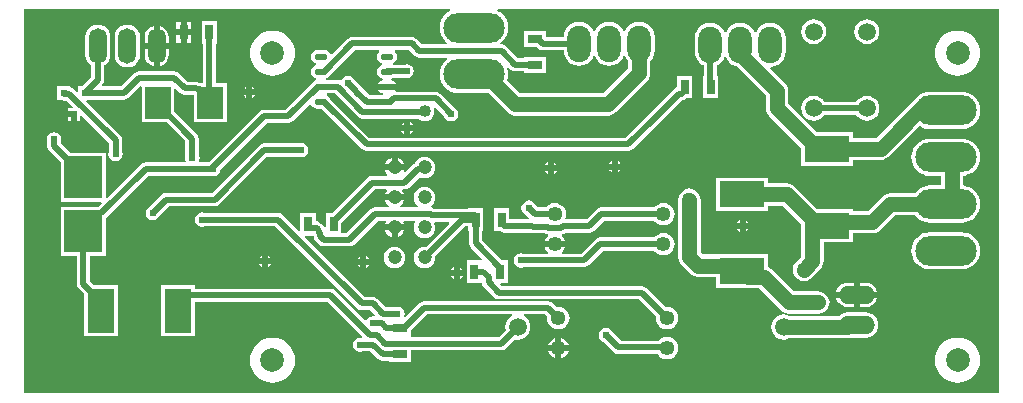
<source format=gbl>
G04*
G04 #@! TF.GenerationSoftware,Altium Limited,Altium Designer,21.6.1 (37)*
G04*
G04 Layer_Physical_Order=2*
G04 Layer_Color=16711680*
%FSLAX23Y23*%
%MOIN*%
G70*
G04*
G04 #@! TF.SameCoordinates,C1C5D9C5-2355-4A3C-9FD6-11C0A888820F*
G04*
G04*
G04 #@! TF.FilePolarity,Positive*
G04*
G01*
G75*
%ADD16C,0.010*%
%ADD18R,0.051X0.028*%
%ADD20R,0.089X0.149*%
%ADD24R,0.028X0.051*%
%ADD51C,0.020*%
%ADD52C,0.050*%
%ADD53C,0.047*%
%ADD54C,0.079*%
%ADD55C,0.059*%
%ADD56O,0.205X0.100*%
%ADD57O,0.060X0.118*%
%ADD58O,0.120X0.060*%
%ADD59O,0.079X0.122*%
%ADD60C,0.050*%
%ADD61C,0.024*%
%ADD62C,0.040*%
%ADD63R,0.126X0.140*%
%ADD64R,0.149X0.089*%
%ADD65R,0.085X0.108*%
%ADD66O,0.043X0.023*%
%ADD67O,0.051X0.049*%
%ADD68R,0.020X0.024*%
G36*
X3287Y39D02*
X39D01*
Y1319D01*
X1457D01*
X1459Y1314D01*
X1450Y1309D01*
X1441Y1302D01*
X1433Y1292D01*
X1428Y1282D01*
X1424Y1270D01*
X1423Y1258D01*
X1424Y1246D01*
X1428Y1234D01*
X1433Y1223D01*
X1441Y1214D01*
X1449Y1207D01*
X1447Y1202D01*
X1366D01*
X1346Y1221D01*
X1339Y1226D01*
X1331Y1228D01*
X1331Y1228D01*
X1132D01*
X1132Y1228D01*
X1124Y1226D01*
X1117Y1221D01*
X1117Y1221D01*
X1065Y1169D01*
X1059Y1171D01*
X1055Y1178D01*
X1047Y1183D01*
X1038Y1185D01*
X1017D01*
X1008Y1183D01*
X1001Y1178D01*
X995Y1170D01*
X994Y1161D01*
X995Y1152D01*
X1001Y1144D01*
X1008Y1139D01*
X1011Y1139D01*
Y1133D01*
X1008Y1133D01*
X1001Y1128D01*
X995Y1120D01*
X994Y1111D01*
X995Y1102D01*
X1001Y1094D01*
X1008Y1089D01*
X1011Y1089D01*
Y1083D01*
X1008Y1083D01*
X1001Y1078D01*
X996Y1071D01*
X910Y985D01*
X838D01*
X838Y985D01*
X829Y983D01*
X822Y978D01*
X822Y978D01*
X653Y810D01*
X623D01*
X620Y814D01*
X621Y815D01*
X623Y824D01*
X621Y833D01*
X621Y833D01*
Y866D01*
Y888D01*
X621Y888D01*
X619Y896D01*
X614Y904D01*
X614Y904D01*
X539Y979D01*
Y1053D01*
X543Y1055D01*
X558Y1040D01*
X558Y1040D01*
X565Y1036D01*
X574Y1034D01*
X574Y1034D01*
X602D01*
X604Y1033D01*
Y942D01*
X713D01*
Y1074D01*
X679D01*
Y1205D01*
X682D01*
Y1280D01*
X631D01*
Y1205D01*
X634D01*
Y1074D01*
X628D01*
X626Y1074D01*
X626Y1074D01*
X622D01*
X619Y1077D01*
X610Y1078D01*
X610Y1078D01*
X583D01*
X555Y1106D01*
X548Y1111D01*
X539Y1113D01*
X539Y1113D01*
X421D01*
X421Y1113D01*
X413Y1111D01*
X405Y1106D01*
X405Y1106D01*
X361Y1062D01*
X299D01*
X297Y1066D01*
X299Y1069D01*
X299Y1069D01*
X304Y1076D01*
X306Y1084D01*
X306Y1084D01*
Y1132D01*
X313Y1138D01*
X320Y1147D01*
X324Y1157D01*
X326Y1168D01*
Y1226D01*
X324Y1237D01*
X320Y1247D01*
X313Y1256D01*
X305Y1262D01*
X294Y1267D01*
X283Y1268D01*
X273Y1267D01*
X262Y1262D01*
X254Y1256D01*
X247Y1247D01*
X243Y1237D01*
X241Y1226D01*
Y1168D01*
X243Y1157D01*
X247Y1147D01*
X254Y1138D01*
X261Y1132D01*
Y1094D01*
X231Y1063D01*
X219D01*
Y1046D01*
X216Y1044D01*
X214Y1044D01*
X204Y1053D01*
X197Y1058D01*
X191Y1059D01*
Y1063D01*
X148D01*
Y1042D01*
X147Y1039D01*
Y1038D01*
X147Y1038D01*
X148Y1035D01*
Y1016D01*
X168D01*
X170Y1015D01*
X179D01*
X200Y995D01*
X198Y990D01*
X185D01*
Y979D01*
X205D01*
Y969D01*
X215D01*
Y947D01*
X225D01*
Y963D01*
X229Y965D01*
X320Y874D01*
Y845D01*
X320Y845D01*
X318Y836D01*
X320Y826D01*
X325Y819D01*
X333Y813D01*
X343Y812D01*
X352Y813D01*
X360Y819D01*
X365Y826D01*
X367Y836D01*
X365Y845D01*
X365Y845D01*
Y883D01*
X365Y883D01*
X363Y892D01*
X358Y899D01*
X358Y899D01*
X246Y1011D01*
X248Y1016D01*
X262D01*
Y1017D01*
X370D01*
X370Y1017D01*
X378Y1019D01*
X386Y1024D01*
X425Y1063D01*
X430Y1061D01*
Y942D01*
X513D01*
X576Y879D01*
Y833D01*
X576Y833D01*
X574Y824D01*
X576Y815D01*
X577Y814D01*
X574Y810D01*
X444D01*
X444Y810D01*
X435Y808D01*
X428Y803D01*
X428Y803D01*
X316Y691D01*
X311Y693D01*
Y841D01*
X193D01*
X161Y873D01*
Y880D01*
X162Y886D01*
X160Y895D01*
X155Y903D01*
X147Y908D01*
X138Y910D01*
X128Y908D01*
X121Y903D01*
X115Y895D01*
X114Y886D01*
X115Y877D01*
X116Y876D01*
Y864D01*
X116Y864D01*
X118Y855D01*
X123Y848D01*
X161Y809D01*
Y677D01*
X296D01*
X298Y673D01*
X286Y661D01*
X161D01*
Y498D01*
X214D01*
Y404D01*
X214Y404D01*
X216Y396D01*
X220Y389D01*
X239Y370D01*
Y229D01*
X351D01*
Y401D01*
X271D01*
X258Y414D01*
Y498D01*
X311D01*
Y623D01*
X312Y624D01*
X453Y765D01*
X660D01*
X660Y765D01*
X669Y763D01*
X679Y765D01*
X686Y770D01*
X692Y778D01*
X693Y787D01*
X847Y940D01*
X919D01*
X919Y940D01*
X927Y942D01*
X935Y947D01*
X991Y1003D01*
X996Y1001D01*
X1001Y994D01*
X1008Y989D01*
X1017Y987D01*
X1030D01*
X1164Y853D01*
X1164Y853D01*
X1171Y849D01*
X1180Y847D01*
X1180Y847D01*
X2051D01*
X2051Y847D01*
X2060Y849D01*
X2067Y853D01*
X2153Y939D01*
X2230Y1016D01*
X2231D01*
X2240Y1018D01*
X2245Y1022D01*
X2266D01*
Y1096D01*
X2215D01*
Y1060D01*
X2212Y1059D01*
X2205Y1054D01*
X2205Y1054D01*
X2121Y970D01*
X2121Y970D01*
X2042Y891D01*
X1189D01*
X1059Y1021D01*
X1055Y1028D01*
X1049Y1032D01*
X1048Y1037D01*
X1048Y1038D01*
X1049Y1039D01*
X1074D01*
X1151Y962D01*
X1151Y962D01*
X1158Y957D01*
X1166Y955D01*
X1352D01*
X1358Y951D01*
X1366Y948D01*
X1374Y947D01*
X1383Y948D01*
X1390Y951D01*
X1397Y956D01*
X1402Y963D01*
X1405Y970D01*
X1406Y979D01*
X1405Y987D01*
X1404Y989D01*
X1409Y992D01*
X1439Y961D01*
X1439Y961D01*
X1445Y953D01*
X1452Y948D01*
X1462Y946D01*
X1471Y948D01*
X1479Y953D01*
X1484Y961D01*
X1486Y970D01*
X1484Y980D01*
X1479Y988D01*
X1471Y993D01*
X1471Y993D01*
X1426Y1037D01*
X1419Y1042D01*
X1410Y1044D01*
X1410Y1044D01*
X1279D01*
X1276Y1049D01*
X1277Y1051D01*
X1248D01*
X1219D01*
X1222Y1046D01*
X1229Y1041D01*
X1236Y1039D01*
Y1034D01*
X1230Y1033D01*
X1189D01*
X1163Y1059D01*
X1162Y1062D01*
X1140Y1083D01*
X1140Y1083D01*
X1135Y1091D01*
X1127Y1096D01*
X1118Y1098D01*
X1109Y1096D01*
X1101Y1091D01*
X1096Y1083D01*
X1090Y1082D01*
X1083Y1083D01*
X1083Y1083D01*
X1045D01*
X1044Y1083D01*
Y1089D01*
X1047Y1089D01*
X1055Y1094D01*
X1059Y1101D01*
X1142Y1183D01*
X1221D01*
X1222Y1178D01*
X1221Y1178D01*
X1216Y1170D01*
X1214Y1161D01*
X1216Y1152D01*
X1221Y1144D01*
X1229Y1139D01*
X1231Y1139D01*
Y1133D01*
X1229Y1133D01*
X1221Y1128D01*
X1216Y1120D01*
X1214Y1111D01*
X1216Y1102D01*
X1221Y1094D01*
X1229Y1089D01*
X1236Y1088D01*
Y1083D01*
X1229Y1081D01*
X1222Y1077D01*
X1219Y1071D01*
X1248D01*
X1277D01*
X1274Y1077D01*
X1267Y1081D01*
X1260Y1083D01*
Y1088D01*
X1267Y1089D01*
X1268Y1090D01*
X1307D01*
X1313Y1089D01*
X1322Y1090D01*
X1330Y1096D01*
X1335Y1103D01*
X1337Y1113D01*
X1335Y1122D01*
X1330Y1130D01*
X1322Y1135D01*
X1313Y1137D01*
X1303Y1135D01*
X1302Y1134D01*
X1268D01*
X1267Y1139D01*
X1267Y1139D01*
X1275Y1144D01*
X1280Y1152D01*
X1282Y1161D01*
X1280Y1170D01*
X1275Y1178D01*
X1274Y1178D01*
X1276Y1183D01*
X1321D01*
X1341Y1164D01*
X1341Y1164D01*
X1348Y1160D01*
X1356Y1158D01*
X1356Y1158D01*
X1449D01*
X1450Y1153D01*
X1441Y1146D01*
X1433Y1136D01*
X1428Y1126D01*
X1424Y1114D01*
X1423Y1102D01*
X1424Y1090D01*
X1428Y1078D01*
X1433Y1067D01*
X1441Y1058D01*
X1450Y1050D01*
X1461Y1045D01*
X1473Y1041D01*
X1485Y1040D01*
X1586D01*
X1650Y976D01*
X1658Y970D01*
X1666Y966D01*
X1676Y965D01*
X1983D01*
X1993Y966D01*
X2002Y970D01*
X2010Y976D01*
X2114Y1081D01*
X2120Y1088D01*
X2124Y1097D01*
X2125Y1107D01*
Y1147D01*
X2133Y1157D01*
X2138Y1170D01*
X2140Y1183D01*
Y1226D01*
X2138Y1240D01*
X2133Y1252D01*
X2125Y1263D01*
X2114Y1271D01*
X2102Y1276D01*
X2088Y1278D01*
X2075Y1276D01*
X2062Y1271D01*
X2052Y1263D01*
X2043Y1252D01*
X2041Y1246D01*
X2035D01*
X2033Y1252D01*
X2025Y1263D01*
X2014Y1271D01*
X2002Y1276D01*
X1988Y1278D01*
X1975Y1276D01*
X1962Y1271D01*
X1952Y1263D01*
X1943Y1252D01*
X1941Y1246D01*
X1935D01*
X1933Y1252D01*
X1925Y1263D01*
X1914Y1271D01*
X1902Y1276D01*
X1888Y1278D01*
X1875Y1276D01*
X1862Y1271D01*
X1852Y1263D01*
X1843Y1252D01*
X1838Y1240D01*
X1837Y1227D01*
X1778D01*
Y1246D01*
X1703D01*
Y1195D01*
X1746D01*
X1752Y1189D01*
X1752Y1189D01*
X1759Y1184D01*
X1768Y1182D01*
X1768Y1182D01*
X1837D01*
X1838Y1170D01*
X1843Y1157D01*
X1852Y1147D01*
X1862Y1138D01*
X1875Y1133D01*
X1888Y1131D01*
X1902Y1133D01*
X1914Y1138D01*
X1925Y1147D01*
X1933Y1157D01*
X1935Y1164D01*
X1941D01*
X1943Y1157D01*
X1952Y1147D01*
X1962Y1138D01*
X1975Y1133D01*
X1988Y1131D01*
X2002Y1133D01*
X2014Y1138D01*
X2025Y1147D01*
X2033Y1157D01*
X2035Y1164D01*
X2041D01*
X2043Y1157D01*
X2051Y1147D01*
Y1122D01*
X1968Y1039D01*
X1691D01*
X1648Y1082D01*
X1651Y1090D01*
X1652Y1102D01*
X1651Y1114D01*
X1647Y1124D01*
X1652Y1127D01*
X1660Y1118D01*
X1660Y1118D01*
X1668Y1114D01*
X1676Y1112D01*
X1703D01*
Y1108D01*
X1778D01*
Y1159D01*
X1703D01*
Y1156D01*
X1685D01*
X1646Y1196D01*
X1639Y1201D01*
X1630Y1202D01*
X1630Y1202D01*
X1627D01*
X1626Y1207D01*
X1634Y1214D01*
X1641Y1223D01*
X1647Y1234D01*
X1651Y1246D01*
X1652Y1258D01*
X1651Y1270D01*
X1647Y1282D01*
X1641Y1292D01*
X1634Y1302D01*
X1624Y1309D01*
X1616Y1314D01*
X1617Y1319D01*
X3287D01*
Y39D01*
D02*
G37*
%LPC*%
G36*
X594Y1278D02*
X580D01*
Y1252D01*
X594D01*
Y1278D01*
D02*
G37*
G36*
X560D02*
X546D01*
Y1252D01*
X560D01*
Y1278D01*
D02*
G37*
G36*
X2525Y1274D02*
X2512Y1272D01*
X2499Y1267D01*
X2489Y1259D01*
X2480Y1248D01*
X2478Y1242D01*
X2472D01*
X2470Y1248D01*
X2462Y1259D01*
X2451Y1267D01*
X2439Y1272D01*
X2425Y1274D01*
X2412Y1272D01*
X2399Y1267D01*
X2389Y1259D01*
X2380Y1248D01*
X2378Y1242D01*
X2372D01*
X2370Y1248D01*
X2362Y1259D01*
X2351Y1267D01*
X2339Y1272D01*
X2325Y1274D01*
X2312Y1272D01*
X2299Y1267D01*
X2289Y1259D01*
X2280Y1248D01*
X2275Y1236D01*
X2274Y1222D01*
Y1179D01*
X2275Y1166D01*
X2280Y1153D01*
X2289Y1143D01*
X2299Y1134D01*
X2304Y1133D01*
Y1096D01*
X2301D01*
Y1022D01*
X2352D01*
Y1096D01*
X2348D01*
Y1133D01*
X2351Y1134D01*
X2362Y1143D01*
X2370Y1153D01*
X2372Y1160D01*
X2378D01*
X2380Y1153D01*
X2389Y1143D01*
X2399Y1134D01*
X2412Y1129D01*
X2415Y1129D01*
X2511Y1033D01*
Y991D01*
X2512Y982D01*
X2516Y973D01*
X2522Y965D01*
X2629Y858D01*
Y798D01*
X2802D01*
Y817D01*
X2893D01*
X2902Y818D01*
X2911Y822D01*
X2919Y828D01*
X3022Y931D01*
X3023Y930D01*
X3034Y925D01*
X3046Y921D01*
X3058Y920D01*
X3163D01*
X3175Y921D01*
X3186Y925D01*
X3197Y930D01*
X3207Y938D01*
X3214Y947D01*
X3220Y958D01*
X3224Y970D01*
X3225Y982D01*
X3224Y994D01*
X3220Y1006D01*
X3214Y1016D01*
X3207Y1026D01*
X3197Y1034D01*
X3186Y1039D01*
X3175Y1043D01*
X3163Y1044D01*
X3058D01*
X3046Y1043D01*
X3034Y1039D01*
X3029Y1036D01*
X3020Y1033D01*
X3013Y1027D01*
X2877Y891D01*
X2802D01*
Y910D01*
X2682D01*
X2585Y1007D01*
Y1048D01*
X2584Y1058D01*
X2580Y1067D01*
X2575Y1075D01*
X2526Y1123D01*
X2528Y1128D01*
X2539Y1129D01*
X2551Y1134D01*
X2562Y1143D01*
X2570Y1153D01*
X2575Y1166D01*
X2577Y1179D01*
Y1222D01*
X2575Y1236D01*
X2570Y1248D01*
X2562Y1259D01*
X2551Y1267D01*
X2539Y1272D01*
X2525Y1274D01*
D02*
G37*
G36*
X490Y1265D02*
Y1207D01*
X521D01*
Y1226D01*
X519Y1236D01*
X515Y1246D01*
X509Y1254D01*
X500Y1261D01*
X491Y1265D01*
X490Y1265D01*
D02*
G37*
G36*
X470D02*
X470Y1265D01*
X460Y1261D01*
X452Y1254D01*
X445Y1246D01*
X441Y1236D01*
X440Y1226D01*
Y1207D01*
X470D01*
Y1265D01*
D02*
G37*
G36*
X594Y1232D02*
X580D01*
Y1207D01*
X594D01*
Y1232D01*
D02*
G37*
G36*
X560D02*
X546D01*
Y1207D01*
X560D01*
Y1232D01*
D02*
G37*
G36*
X2847Y1287D02*
X2837Y1285D01*
X2827Y1281D01*
X2818Y1275D01*
X2811Y1266D01*
X2807Y1256D01*
X2806Y1245D01*
X2807Y1234D01*
X2811Y1224D01*
X2818Y1216D01*
X2827Y1209D01*
X2837Y1205D01*
X2847Y1203D01*
X2858Y1205D01*
X2868Y1209D01*
X2877Y1216D01*
X2884Y1224D01*
X2888Y1234D01*
X2889Y1245D01*
X2888Y1256D01*
X2884Y1266D01*
X2877Y1275D01*
X2868Y1281D01*
X2858Y1285D01*
X2847Y1287D01*
D02*
G37*
G36*
X2670D02*
X2659Y1285D01*
X2649Y1281D01*
X2641Y1275D01*
X2634Y1266D01*
X2630Y1256D01*
X2629Y1245D01*
X2630Y1234D01*
X2634Y1224D01*
X2641Y1216D01*
X2649Y1209D01*
X2659Y1205D01*
X2670Y1203D01*
X2681Y1205D01*
X2691Y1209D01*
X2700Y1216D01*
X2706Y1224D01*
X2711Y1234D01*
X2712Y1245D01*
X2711Y1256D01*
X2706Y1266D01*
X2700Y1275D01*
X2691Y1281D01*
X2681Y1285D01*
X2670Y1287D01*
D02*
G37*
G36*
X521Y1187D02*
X490D01*
Y1129D01*
X491Y1129D01*
X500Y1133D01*
X509Y1139D01*
X515Y1148D01*
X519Y1157D01*
X521Y1168D01*
Y1187D01*
D02*
G37*
G36*
X470D02*
X440D01*
Y1168D01*
X441Y1157D01*
X445Y1148D01*
X452Y1139D01*
X460Y1133D01*
X470Y1129D01*
X470Y1129D01*
Y1187D01*
D02*
G37*
G36*
X382Y1268D02*
X371Y1267D01*
X361Y1262D01*
X352Y1256D01*
X345Y1247D01*
X341Y1237D01*
X340Y1226D01*
Y1168D01*
X341Y1157D01*
X345Y1147D01*
X352Y1138D01*
X361Y1131D01*
X371Y1127D01*
X382Y1126D01*
X393Y1127D01*
X403Y1131D01*
X412Y1138D01*
X418Y1147D01*
X423Y1157D01*
X424Y1168D01*
Y1226D01*
X423Y1237D01*
X418Y1247D01*
X412Y1256D01*
X403Y1262D01*
X393Y1267D01*
X382Y1268D01*
D02*
G37*
G36*
X3150Y1248D02*
X3135Y1247D01*
X3121Y1243D01*
X3108Y1236D01*
X3096Y1226D01*
X3087Y1215D01*
X3080Y1202D01*
X3076Y1188D01*
X3074Y1173D01*
X3076Y1159D01*
X3080Y1144D01*
X3087Y1131D01*
X3096Y1120D01*
X3108Y1111D01*
X3121Y1104D01*
X3135Y1100D01*
X3150Y1098D01*
X3164Y1100D01*
X3178Y1104D01*
X3191Y1111D01*
X3203Y1120D01*
X3212Y1131D01*
X3219Y1144D01*
X3223Y1159D01*
X3225Y1173D01*
X3223Y1188D01*
X3219Y1202D01*
X3212Y1215D01*
X3203Y1226D01*
X3191Y1236D01*
X3178Y1243D01*
X3164Y1247D01*
X3150Y1248D01*
D02*
G37*
G36*
X866D02*
X851Y1247D01*
X837Y1243D01*
X824Y1236D01*
X813Y1226D01*
X804Y1215D01*
X797Y1202D01*
X792Y1188D01*
X791Y1173D01*
X792Y1159D01*
X797Y1144D01*
X804Y1131D01*
X813Y1120D01*
X824Y1111D01*
X837Y1104D01*
X851Y1100D01*
X866Y1098D01*
X881Y1100D01*
X895Y1104D01*
X908Y1111D01*
X919Y1120D01*
X929Y1131D01*
X936Y1144D01*
X940Y1159D01*
X941Y1173D01*
X940Y1188D01*
X936Y1202D01*
X929Y1215D01*
X919Y1226D01*
X908Y1236D01*
X895Y1243D01*
X881Y1247D01*
X866Y1248D01*
D02*
G37*
G36*
X799Y1062D02*
Y1052D01*
X809D01*
X805Y1058D01*
X799Y1062D01*
D02*
G37*
G36*
X779D02*
X774Y1058D01*
X770Y1052D01*
X779D01*
Y1062D01*
D02*
G37*
G36*
X809Y1032D02*
X799D01*
Y1023D01*
X805Y1027D01*
X809Y1032D01*
D02*
G37*
G36*
X779D02*
X770D01*
X774Y1027D01*
X779Y1023D01*
Y1032D01*
D02*
G37*
G36*
X2847Y1031D02*
X2837Y1029D01*
X2827Y1025D01*
X2818Y1019D01*
X2812Y1011D01*
X2705D01*
X2700Y1019D01*
X2691Y1025D01*
X2681Y1029D01*
X2670Y1031D01*
X2659Y1029D01*
X2649Y1025D01*
X2641Y1019D01*
X2634Y1010D01*
X2630Y1000D01*
X2629Y989D01*
X2630Y978D01*
X2634Y968D01*
X2641Y960D01*
X2649Y953D01*
X2659Y949D01*
X2670Y947D01*
X2681Y949D01*
X2691Y953D01*
X2700Y960D01*
X2705Y967D01*
X2812D01*
X2818Y960D01*
X2827Y953D01*
X2837Y949D01*
X2847Y947D01*
X2858Y949D01*
X2868Y953D01*
X2877Y960D01*
X2884Y968D01*
X2888Y978D01*
X2889Y989D01*
X2888Y1000D01*
X2884Y1010D01*
X2877Y1019D01*
X2868Y1025D01*
X2858Y1029D01*
X2847Y1031D01*
D02*
G37*
G36*
X195Y959D02*
X185D01*
Y947D01*
X195D01*
Y959D01*
D02*
G37*
G36*
X1326Y944D02*
Y934D01*
X1335D01*
X1332Y940D01*
X1326Y944D01*
D02*
G37*
G36*
X1306D02*
X1300Y940D01*
X1296Y934D01*
X1306D01*
Y944D01*
D02*
G37*
G36*
X1335Y914D02*
X1326D01*
Y905D01*
X1332Y908D01*
X1335Y914D01*
D02*
G37*
G36*
X1306D02*
X1296D01*
X1300Y908D01*
X1306Y905D01*
Y914D01*
D02*
G37*
G36*
X961Y874D02*
X951Y873D01*
X951Y873D01*
X839D01*
X839Y873D01*
X830Y871D01*
X823Y866D01*
X823Y866D01*
X664Y707D01*
X512D01*
X512Y707D01*
X503Y706D01*
X496Y701D01*
X496Y701D01*
X457Y662D01*
X457Y662D01*
X450Y657D01*
X444Y649D01*
X443Y640D01*
X444Y631D01*
X450Y623D01*
X457Y618D01*
X467Y616D01*
X476Y618D01*
X484Y623D01*
X489Y631D01*
X489Y631D01*
X521Y663D01*
X673D01*
X673Y663D01*
X682Y664D01*
X689Y669D01*
X848Y828D01*
X951D01*
X951Y828D01*
X961Y826D01*
X970Y828D01*
X978Y833D01*
X983Y841D01*
X985Y850D01*
X983Y860D01*
X978Y867D01*
X970Y873D01*
X961Y874D01*
D02*
G37*
G36*
X2017Y815D02*
Y805D01*
X2026D01*
X2023Y811D01*
X2017Y815D01*
D02*
G37*
G36*
X1997D02*
X1991Y811D01*
X1987Y805D01*
X1997D01*
Y815D01*
D02*
G37*
G36*
X1283Y824D02*
Y802D01*
X1305D01*
X1302Y809D01*
X1297Y816D01*
X1290Y821D01*
X1283Y824D01*
D02*
G37*
G36*
X1263D02*
X1256Y821D01*
X1249Y816D01*
X1243Y809D01*
X1241Y802D01*
X1263D01*
Y824D01*
D02*
G37*
G36*
X1803Y810D02*
Y800D01*
X1813D01*
X1809Y806D01*
X1803Y810D01*
D02*
G37*
G36*
X1783D02*
X1778Y806D01*
X1774Y800D01*
X1783D01*
Y810D01*
D02*
G37*
G36*
X2026Y785D02*
X2017D01*
Y776D01*
X2023Y780D01*
X2026Y785D01*
D02*
G37*
G36*
X1997D02*
X1987D01*
X1991Y780D01*
X1997Y776D01*
Y785D01*
D02*
G37*
G36*
X1373Y827D02*
X1364Y826D01*
X1355Y823D01*
X1348Y817D01*
X1342Y810D01*
X1340Y805D01*
X1336Y802D01*
X1336Y802D01*
X1307Y774D01*
X1303Y776D01*
X1305Y782D01*
X1241D01*
X1243Y775D01*
X1248Y768D01*
X1247Y763D01*
X1198D01*
X1189Y762D01*
X1182Y757D01*
X1182Y757D01*
X1065Y640D01*
X1045D01*
Y595D01*
X1040Y593D01*
X1038Y596D01*
X1029Y605D01*
X1022Y610D01*
X1013Y612D01*
X1010Y615D01*
Y640D01*
X959D01*
Y581D01*
X954Y579D01*
X900Y634D01*
X892Y639D01*
X884Y640D01*
X884Y640D01*
X640D01*
X640Y640D01*
X631Y642D01*
X622Y640D01*
X614Y635D01*
X609Y627D01*
X607Y618D01*
X609Y609D01*
X614Y601D01*
X622Y596D01*
X631Y594D01*
X640Y596D01*
X640Y596D01*
X875D01*
X1148Y323D01*
X1148Y323D01*
X1155Y318D01*
X1163Y316D01*
X1163Y316D01*
X1191D01*
X1207Y300D01*
X1205Y295D01*
X1201Y296D01*
X1192Y294D01*
X1184Y289D01*
X1180Y283D01*
X1174Y282D01*
X1074Y382D01*
X1067Y387D01*
X1059Y388D01*
X1059Y388D01*
X607D01*
Y401D01*
X495D01*
Y229D01*
X607D01*
Y344D01*
X1050D01*
X1165Y228D01*
X1162Y224D01*
X1157Y225D01*
X1148Y223D01*
X1140Y218D01*
X1135Y210D01*
X1133Y201D01*
X1135Y192D01*
X1140Y184D01*
X1148Y179D01*
X1157Y177D01*
X1167Y179D01*
X1167Y179D01*
X1192D01*
X1217Y154D01*
X1217Y154D01*
X1224Y149D01*
X1233Y147D01*
X1233Y147D01*
X1254D01*
Y144D01*
X1329D01*
Y183D01*
X1629D01*
X1629Y183D01*
X1638Y184D01*
X1645Y189D01*
X1675Y219D01*
X1684Y218D01*
X1695Y220D01*
X1705Y224D01*
X1714Y230D01*
X1720Y239D01*
X1724Y249D01*
X1726Y260D01*
X1724Y271D01*
X1720Y281D01*
X1714Y289D01*
X1705Y296D01*
X1703Y297D01*
X1704Y302D01*
X1776D01*
X1782Y296D01*
X1781Y290D01*
X1782Y281D01*
X1786Y272D01*
X1792Y264D01*
X1800Y258D01*
X1808Y255D01*
X1818Y253D01*
X1820D01*
X1829Y255D01*
X1838Y258D01*
X1846Y264D01*
X1852Y272D01*
X1855Y281D01*
X1857Y290D01*
X1855Y300D01*
X1852Y309D01*
X1846Y316D01*
X1838Y322D01*
X1829Y326D01*
X1820Y327D01*
X1818D01*
X1814Y326D01*
X1801Y340D01*
X1794Y344D01*
X1785Y346D01*
X1785Y346D01*
X1371D01*
X1371Y346D01*
X1363Y344D01*
X1355Y340D01*
X1355Y340D01*
X1309Y294D01*
X1305Y296D01*
X1307Y304D01*
X1305Y313D01*
X1300Y321D01*
X1292Y326D01*
X1282Y328D01*
X1273Y326D01*
X1273Y326D01*
X1243D01*
X1216Y354D01*
X1208Y359D01*
X1200Y361D01*
X1200Y361D01*
X1173D01*
X973Y560D01*
X975Y565D01*
X1000D01*
X1004Y563D01*
X1006Y554D01*
X1010Y547D01*
X1022Y535D01*
X1022Y535D01*
X1029Y531D01*
X1038Y529D01*
X1122D01*
X1122Y529D01*
X1131Y531D01*
X1138Y535D01*
X1217Y615D01*
X1243D01*
X1245Y610D01*
X1243Y609D01*
X1241Y602D01*
X1305D01*
X1302Y609D01*
X1301Y610D01*
X1303Y615D01*
X1340D01*
X1343Y610D01*
X1342Y610D01*
X1338Y601D01*
X1337Y592D01*
X1338Y582D01*
X1342Y574D01*
X1348Y566D01*
X1355Y561D01*
X1364Y557D01*
X1373Y556D01*
X1382Y557D01*
X1391Y561D01*
X1398Y566D01*
X1404Y574D01*
X1407Y582D01*
X1409Y592D01*
X1407Y601D01*
X1406Y605D01*
X1409Y610D01*
X1453D01*
X1455Y605D01*
X1377Y527D01*
X1373Y527D01*
X1364Y526D01*
X1355Y523D01*
X1348Y517D01*
X1342Y510D01*
X1338Y501D01*
X1337Y492D01*
X1338Y482D01*
X1342Y474D01*
X1348Y466D01*
X1355Y461D01*
X1364Y457D01*
X1373Y456D01*
X1382Y457D01*
X1391Y461D01*
X1398Y466D01*
X1404Y474D01*
X1407Y482D01*
X1409Y492D01*
X1408Y496D01*
X1508Y596D01*
X1518D01*
Y581D01*
X1521D01*
Y539D01*
X1521Y539D01*
X1523Y531D01*
X1528Y524D01*
X1564Y487D01*
X1562Y482D01*
X1562Y482D01*
X1562Y482D01*
X1561Y482D01*
X1514D01*
Y407D01*
X1565D01*
X1566Y401D01*
X1571Y394D01*
X1606Y358D01*
X1606Y358D01*
X1614Y353D01*
X1622Y352D01*
X1622Y352D01*
X2088D01*
X2144Y296D01*
X2143Y290D01*
X2145Y281D01*
X2148Y272D01*
X2154Y264D01*
X2162Y258D01*
X2171Y255D01*
X2180Y253D01*
X2182D01*
X2192Y255D01*
X2200Y258D01*
X2208Y264D01*
X2214Y272D01*
X2218Y281D01*
X2219Y290D01*
X2218Y300D01*
X2214Y309D01*
X2208Y316D01*
X2200Y322D01*
X2192Y326D01*
X2182Y327D01*
X2180D01*
X2176Y326D01*
X2113Y390D01*
X2106Y395D01*
X2097Y396D01*
X2097Y396D01*
X1631D01*
X1625Y403D01*
X1627Y407D01*
X1652D01*
Y482D01*
X1632D01*
X1566Y549D01*
Y581D01*
X1569D01*
Y656D01*
X1518D01*
Y654D01*
X1405D01*
X1400Y658D01*
X1396Y659D01*
X1395Y664D01*
X1398Y666D01*
X1404Y674D01*
X1407Y682D01*
X1409Y692D01*
X1407Y701D01*
X1404Y710D01*
X1398Y717D01*
X1391Y723D01*
X1382Y726D01*
X1373Y727D01*
X1364Y726D01*
X1355Y723D01*
X1348Y717D01*
X1342Y710D01*
X1338Y701D01*
X1337Y692D01*
X1338Y682D01*
X1342Y674D01*
X1348Y666D01*
X1350Y664D01*
X1349Y659D01*
X1294D01*
X1292Y664D01*
X1297Y668D01*
X1302Y675D01*
X1305Y682D01*
X1241D01*
X1243Y675D01*
X1249Y668D01*
X1253Y664D01*
X1252Y659D01*
X1208D01*
X1208Y659D01*
X1200Y658D01*
X1192Y653D01*
X1192Y653D01*
X1113Y573D01*
X1096D01*
Y608D01*
X1207Y719D01*
X1245D01*
X1247Y714D01*
X1243Y709D01*
X1241Y702D01*
X1305D01*
X1302Y709D01*
X1298Y714D01*
X1301Y719D01*
X1306D01*
X1306Y719D01*
X1315Y721D01*
X1322Y725D01*
X1357Y760D01*
X1364Y757D01*
X1373Y756D01*
X1382Y757D01*
X1391Y761D01*
X1398Y766D01*
X1404Y774D01*
X1407Y782D01*
X1409Y792D01*
X1407Y801D01*
X1404Y810D01*
X1398Y817D01*
X1391Y823D01*
X1382Y826D01*
X1373Y827D01*
D02*
G37*
G36*
X1813Y780D02*
X1803D01*
Y771D01*
X1809Y775D01*
X1813Y780D01*
D02*
G37*
G36*
X1783D02*
X1774D01*
X1778Y775D01*
X1783Y771D01*
Y780D01*
D02*
G37*
G36*
X3163Y888D02*
X3058D01*
X3046Y887D01*
X3034Y883D01*
X3023Y878D01*
X3014Y870D01*
X3006Y860D01*
X3000Y850D01*
X2997Y838D01*
X2996Y826D01*
X2997Y814D01*
X3000Y802D01*
X3006Y791D01*
X3014Y782D01*
X3023Y774D01*
X3034Y769D01*
X3046Y765D01*
X3058Y764D01*
X3094D01*
Y732D01*
X3058D01*
X3046Y731D01*
X3034Y727D01*
X3023Y722D01*
X3014Y714D01*
X3008Y706D01*
X2926D01*
X2916Y705D01*
X2907Y701D01*
X2900Y696D01*
X2850Y646D01*
X2802D01*
Y655D01*
X2682D01*
X2608Y728D01*
X2600Y734D01*
X2591Y738D01*
X2582Y739D01*
X2518D01*
Y758D01*
X2345D01*
Y646D01*
X2518D01*
Y665D01*
X2567D01*
X2629Y602D01*
Y582D01*
X2629Y579D01*
Y494D01*
X2612Y477D01*
X2606Y469D01*
X2602Y460D01*
X2601Y451D01*
X2602Y441D01*
X2606Y432D01*
X2612Y425D01*
X2619Y419D01*
X2628Y415D01*
X2638Y414D01*
X2647Y415D01*
X2656Y419D01*
X2664Y425D01*
X2692Y453D01*
X2698Y460D01*
X2702Y469D01*
X2703Y479D01*
Y542D01*
X2802D01*
Y572D01*
X2865D01*
X2875Y573D01*
X2884Y577D01*
X2891Y582D01*
X2941Y632D01*
X3009D01*
X3014Y626D01*
X3023Y618D01*
X3034Y613D01*
X3046Y609D01*
X3058Y608D01*
X3163D01*
X3175Y609D01*
X3186Y613D01*
X3197Y618D01*
X3207Y626D01*
X3214Y636D01*
X3220Y646D01*
X3224Y658D01*
X3225Y670D01*
X3224Y682D01*
X3220Y694D01*
X3214Y705D01*
X3207Y714D01*
X3197Y722D01*
X3186Y727D01*
X3175Y731D01*
X3168Y732D01*
Y764D01*
X3175Y765D01*
X3186Y769D01*
X3197Y774D01*
X3207Y782D01*
X3214Y791D01*
X3220Y802D01*
X3224Y814D01*
X3225Y826D01*
X3224Y838D01*
X3220Y850D01*
X3214Y860D01*
X3207Y870D01*
X3197Y878D01*
X3186Y883D01*
X3175Y887D01*
X3163Y888D01*
D02*
G37*
G36*
X1720Y682D02*
X1711Y680D01*
X1703Y675D01*
X1698Y667D01*
X1696Y657D01*
X1698Y648D01*
X1703Y640D01*
X1711Y635D01*
X1711Y635D01*
X1722Y625D01*
X1720Y620D01*
X1656D01*
Y656D01*
X1604D01*
Y581D01*
X1625D01*
X1630Y577D01*
X1639Y575D01*
X1724D01*
X1725Y575D01*
X1733Y573D01*
X1773D01*
X1778Y570D01*
X1783Y569D01*
X1784Y563D01*
X1781Y561D01*
X1776Y554D01*
X1773Y547D01*
X1807D01*
X1841D01*
X1838Y554D01*
X1833Y561D01*
X1830Y563D01*
X1831Y569D01*
X1836Y570D01*
X1843Y574D01*
X1922D01*
X1922Y574D01*
X1931Y576D01*
X1938Y581D01*
X1972Y614D01*
X2139D01*
X2142Y611D01*
X2150Y605D01*
X2159Y601D01*
X2168Y600D01*
X2170D01*
X2180Y601D01*
X2189Y605D01*
X2196Y611D01*
X2202Y618D01*
X2206Y627D01*
X2207Y637D01*
X2206Y646D01*
X2202Y655D01*
X2196Y663D01*
X2189Y668D01*
X2180Y672D01*
X2170Y673D01*
X2168D01*
X2159Y672D01*
X2150Y668D01*
X2142Y663D01*
X2139Y659D01*
X1962D01*
X1962Y659D01*
X1954Y657D01*
X1947Y652D01*
X1947Y652D01*
X1913Y619D01*
X1845D01*
X1842Y623D01*
X1844Y627D01*
X1845Y637D01*
X1844Y646D01*
X1840Y655D01*
X1834Y663D01*
X1826Y668D01*
X1818Y672D01*
X1808Y673D01*
X1806D01*
X1797Y672D01*
X1788Y668D01*
X1780Y663D01*
X1777Y659D01*
X1751D01*
X1743Y667D01*
X1743Y667D01*
X1738Y675D01*
X1730Y680D01*
X1720Y682D01*
D02*
G37*
G36*
X2443Y617D02*
Y607D01*
X2453D01*
X2449Y613D01*
X2443Y617D01*
D02*
G37*
G36*
X2423D02*
X2417Y613D01*
X2414Y607D01*
X2423D01*
Y617D01*
D02*
G37*
G36*
X2453Y587D02*
X2443D01*
Y578D01*
X2449Y582D01*
X2453Y587D01*
D02*
G37*
G36*
X2423D02*
X2414D01*
X2417Y582D01*
X2423Y578D01*
Y587D01*
D02*
G37*
G36*
X1305Y582D02*
X1283D01*
Y559D01*
X1290Y562D01*
X1297Y568D01*
X1302Y575D01*
X1305Y582D01*
D02*
G37*
G36*
X1263D02*
X1241D01*
X1243Y575D01*
X1249Y568D01*
X1256Y562D01*
X1263Y559D01*
Y582D01*
D02*
G37*
G36*
X2170Y573D02*
X2168D01*
X2159Y572D01*
X2150Y568D01*
X2142Y563D01*
X2139Y559D01*
X1959D01*
X1959Y559D01*
X1951Y557D01*
X1944Y552D01*
X1944Y552D01*
X1896Y505D01*
X1831D01*
X1830Y510D01*
X1833Y512D01*
X1838Y519D01*
X1841Y527D01*
X1807D01*
X1773D01*
X1776Y519D01*
X1781Y512D01*
X1785Y510D01*
X1783Y505D01*
X1703D01*
X1703Y505D01*
X1694Y506D01*
X1685Y505D01*
X1677Y499D01*
X1672Y491D01*
X1670Y482D01*
X1672Y473D01*
X1677Y465D01*
X1685Y460D01*
X1694Y458D01*
X1703Y460D01*
X1703Y460D01*
X1905D01*
X1905Y460D01*
X1914Y462D01*
X1921Y467D01*
X1969Y514D01*
X2139D01*
X2142Y511D01*
X2150Y505D01*
X2159Y501D01*
X2168Y500D01*
X2170D01*
X2180Y501D01*
X2189Y505D01*
X2196Y511D01*
X2202Y518D01*
X2206Y527D01*
X2207Y537D01*
X2206Y546D01*
X2202Y555D01*
X2196Y563D01*
X2189Y568D01*
X2180Y572D01*
X2170Y573D01*
D02*
G37*
G36*
X851Y499D02*
Y489D01*
X860D01*
X856Y495D01*
X851Y499D01*
D02*
G37*
G36*
X831D02*
X825Y495D01*
X821Y489D01*
X831D01*
Y499D01*
D02*
G37*
G36*
X1178Y497D02*
Y487D01*
X1188D01*
X1184Y493D01*
X1178Y497D01*
D02*
G37*
G36*
X1158D02*
X1153Y493D01*
X1149Y487D01*
X1158D01*
Y497D01*
D02*
G37*
G36*
X860Y469D02*
X851D01*
Y460D01*
X856Y464D01*
X860Y469D01*
D02*
G37*
G36*
X831D02*
X821D01*
X825Y464D01*
X831Y460D01*
Y469D01*
D02*
G37*
G36*
X1188Y467D02*
X1178D01*
Y458D01*
X1184Y462D01*
X1188Y467D01*
D02*
G37*
G36*
X1158D02*
X1149D01*
X1153Y462D01*
X1158Y458D01*
Y467D01*
D02*
G37*
G36*
X1273Y527D02*
X1264Y526D01*
X1255Y523D01*
X1248Y517D01*
X1242Y510D01*
X1238Y501D01*
X1237Y492D01*
X1238Y482D01*
X1242Y474D01*
X1248Y466D01*
X1255Y461D01*
X1264Y457D01*
X1273Y456D01*
X1282Y457D01*
X1291Y461D01*
X1298Y466D01*
X1304Y474D01*
X1307Y482D01*
X1309Y492D01*
X1307Y501D01*
X1304Y510D01*
X1298Y517D01*
X1291Y523D01*
X1282Y526D01*
X1273Y527D01*
D02*
G37*
G36*
X3163Y576D02*
X3058D01*
X3046Y575D01*
X3034Y572D01*
X3023Y566D01*
X3014Y558D01*
X3006Y549D01*
X3000Y538D01*
X2997Y526D01*
X2996Y514D01*
X2997Y502D01*
X3000Y490D01*
X3006Y480D01*
X3014Y470D01*
X3023Y463D01*
X3034Y457D01*
X3046Y453D01*
X3058Y452D01*
X3163D01*
X3175Y453D01*
X3186Y457D01*
X3197Y463D01*
X3207Y470D01*
X3214Y480D01*
X3220Y490D01*
X3224Y502D01*
X3225Y514D01*
X3224Y526D01*
X3220Y538D01*
X3214Y549D01*
X3207Y558D01*
X3197Y566D01*
X3186Y572D01*
X3175Y575D01*
X3163Y576D01*
D02*
G37*
G36*
X1490Y460D02*
Y451D01*
X1500D01*
X1496Y457D01*
X1490Y460D01*
D02*
G37*
G36*
X1470D02*
X1465Y457D01*
X1461Y451D01*
X1470D01*
Y460D01*
D02*
G37*
G36*
X1500Y431D02*
X1490D01*
Y421D01*
X1496Y425D01*
X1500Y431D01*
D02*
G37*
G36*
X1470D02*
X1461D01*
X1465Y425D01*
X1470Y421D01*
Y431D01*
D02*
G37*
G36*
X2843Y408D02*
X2823D01*
Y377D01*
X2882D01*
X2882Y378D01*
X2878Y387D01*
X2872Y396D01*
X2863Y402D01*
X2853Y406D01*
X2843Y408D01*
D02*
G37*
G36*
X2803D02*
X2783D01*
X2773Y406D01*
X2763Y402D01*
X2754Y396D01*
X2748Y387D01*
X2744Y378D01*
X2744Y377D01*
X2803D01*
Y408D01*
D02*
G37*
G36*
X2882Y357D02*
X2823D01*
Y327D01*
X2843D01*
X2853Y328D01*
X2863Y332D01*
X2872Y339D01*
X2878Y347D01*
X2882Y357D01*
X2882Y357D01*
D02*
G37*
G36*
X2803D02*
X2744D01*
X2744Y357D01*
X2748Y347D01*
X2754Y339D01*
X2763Y332D01*
X2773Y328D01*
X2783Y327D01*
X2803D01*
Y357D01*
D02*
G37*
G36*
X2256Y722D02*
X2246Y721D01*
X2237Y717D01*
X2230Y711D01*
X2224Y704D01*
X2220Y695D01*
X2219Y685D01*
Y493D01*
X2220Y484D01*
X2224Y475D01*
X2230Y467D01*
X2258Y439D01*
X2265Y433D01*
X2274Y429D01*
X2284Y428D01*
X2345D01*
Y390D01*
X2448D01*
X2450Y389D01*
X2487D01*
X2561Y315D01*
X2569Y309D01*
X2578Y306D01*
X2588Y304D01*
X2686D01*
X2696Y306D01*
X2705Y309D01*
X2712Y315D01*
X2718Y323D01*
X2722Y332D01*
X2723Y342D01*
X2722Y351D01*
X2718Y360D01*
X2712Y368D01*
X2705Y374D01*
X2696Y377D01*
X2686Y379D01*
X2603D01*
X2529Y453D01*
X2521Y459D01*
X2518Y460D01*
Y502D01*
X2414D01*
X2412Y502D01*
X2299D01*
X2293Y509D01*
Y685D01*
X2292Y695D01*
X2288Y704D01*
X2282Y711D01*
X2274Y717D01*
X2266Y721D01*
X2256Y722D01*
D02*
G37*
G36*
X2843Y309D02*
X2783D01*
X2772Y308D01*
X2762Y304D01*
X2753Y297D01*
X2753Y297D01*
X2588D01*
X2581Y300D01*
X2570Y302D01*
X2559Y300D01*
X2549Y296D01*
X2540Y289D01*
X2534Y281D01*
X2530Y271D01*
X2528Y260D01*
X2530Y249D01*
X2534Y239D01*
X2540Y230D01*
X2549Y224D01*
X2559Y220D01*
X2570Y218D01*
X2581Y220D01*
X2588Y223D01*
X2780D01*
X2789Y224D01*
X2792Y225D01*
X2843D01*
X2854Y226D01*
X2864Y231D01*
X2873Y237D01*
X2880Y246D01*
X2884Y256D01*
X2885Y267D01*
X2884Y278D01*
X2880Y288D01*
X2873Y297D01*
X2864Y304D01*
X2854Y308D01*
X2843Y309D01*
D02*
G37*
G36*
X1829Y224D02*
Y200D01*
X1853D01*
X1850Y208D01*
X1845Y215D01*
X1837Y220D01*
X1829Y224D01*
X1829Y224D01*
D02*
G37*
G36*
X1809D02*
X1809Y224D01*
X1800Y220D01*
X1793Y215D01*
X1788Y208D01*
X1785Y200D01*
X1809D01*
Y224D01*
D02*
G37*
G36*
X1853Y180D02*
X1829D01*
Y156D01*
X1829Y156D01*
X1837Y160D01*
X1845Y165D01*
X1850Y173D01*
X1853Y180D01*
D02*
G37*
G36*
X1809D02*
X1785D01*
X1788Y173D01*
X1793Y165D01*
X1800Y160D01*
X1809Y156D01*
X1809Y156D01*
Y180D01*
D02*
G37*
G36*
X1977Y257D02*
X1968Y256D01*
X1960Y250D01*
X1955Y242D01*
X1953Y233D01*
X1955Y224D01*
X1960Y216D01*
X1968Y211D01*
X1968Y211D01*
X2003Y176D01*
X2003Y176D01*
X2011Y171D01*
X2019Y169D01*
X2150D01*
X2154Y164D01*
X2162Y158D01*
X2171Y155D01*
X2180Y153D01*
X2182D01*
X2192Y155D01*
X2200Y158D01*
X2208Y164D01*
X2214Y172D01*
X2218Y181D01*
X2219Y190D01*
X2218Y200D01*
X2214Y209D01*
X2208Y216D01*
X2200Y222D01*
X2192Y226D01*
X2182Y227D01*
X2180D01*
X2171Y226D01*
X2162Y222D01*
X2154Y216D01*
X2152Y214D01*
X2028D01*
X2000Y242D01*
X2000Y242D01*
X1994Y250D01*
X1987Y256D01*
X1977Y257D01*
D02*
G37*
G36*
X3150Y225D02*
X3135Y224D01*
X3121Y219D01*
X3108Y212D01*
X3096Y203D01*
X3087Y192D01*
X3080Y179D01*
X3076Y164D01*
X3074Y150D01*
X3076Y135D01*
X3080Y121D01*
X3087Y108D01*
X3096Y97D01*
X3108Y87D01*
X3121Y80D01*
X3135Y76D01*
X3150Y75D01*
X3164Y76D01*
X3178Y80D01*
X3191Y87D01*
X3203Y97D01*
X3212Y108D01*
X3219Y121D01*
X3223Y135D01*
X3225Y150D01*
X3223Y164D01*
X3219Y179D01*
X3212Y192D01*
X3203Y203D01*
X3191Y212D01*
X3178Y219D01*
X3164Y224D01*
X3150Y225D01*
D02*
G37*
G36*
X866Y225D02*
X851Y223D01*
X837Y219D01*
X824Y212D01*
X813Y203D01*
X804Y191D01*
X797Y178D01*
X792Y164D01*
X791Y150D01*
X792Y135D01*
X797Y121D01*
X804Y108D01*
X813Y96D01*
X824Y87D01*
X837Y80D01*
X851Y76D01*
X866Y74D01*
X881Y76D01*
X895Y80D01*
X908Y87D01*
X919Y96D01*
X929Y108D01*
X936Y121D01*
X940Y135D01*
X941Y150D01*
X940Y164D01*
X936Y178D01*
X929Y191D01*
X919Y203D01*
X908Y212D01*
X895Y219D01*
X881Y223D01*
X866Y225D01*
D02*
G37*
%LPD*%
G36*
X1665Y297D02*
X1663Y296D01*
X1655Y289D01*
X1648Y281D01*
X1644Y271D01*
X1642Y260D01*
X1644Y251D01*
X1620Y227D01*
X1332D01*
X1329Y230D01*
Y250D01*
X1380Y302D01*
X1664D01*
X1665Y297D01*
D02*
G37*
D16*
X1347Y1022D02*
X1352Y1026D01*
X1146Y1045D02*
Y1046D01*
X1731Y598D02*
X1733Y595D01*
X1630Y606D02*
X1639Y598D01*
X1630Y606D02*
Y618D01*
X1022Y575D02*
Y581D01*
X484Y1002D02*
Y1008D01*
Y996D02*
Y1002D01*
X2137Y955D02*
Y955D01*
X2240Y1047D02*
Y1059D01*
X2231Y1038D02*
X2240Y1047D01*
X1028Y1111D02*
X1038D01*
X621Y1057D02*
X656Y1021D01*
X1248Y1111D02*
X1249Y1112D01*
X1312D02*
X1313Y1113D01*
X1028Y1011D02*
X1038D01*
X2180Y192D02*
X2181Y190D01*
X1740Y1134D02*
X1740Y1134D01*
Y1220D02*
X1752D01*
X2325Y1201D02*
X2326Y1200D01*
Y1060D02*
X2327Y1059D01*
X2181Y290D02*
X2181D01*
X1626Y445D02*
Y457D01*
X1535Y632D02*
X1543Y623D01*
Y618D02*
Y623D01*
X1071Y602D02*
Y614D01*
X240Y1039D02*
Y1041D01*
D18*
X1291Y256D02*
D03*
Y169D02*
D03*
X1740Y1134D02*
D03*
Y1220D02*
D03*
D20*
X551Y315D02*
D03*
X295D02*
D03*
D24*
X1071Y602D02*
D03*
X984D02*
D03*
X1539Y445D02*
D03*
X1626D02*
D03*
X2327Y1059D02*
D03*
X2240D02*
D03*
X570Y1242D02*
D03*
X656D02*
D03*
X1630Y618D02*
D03*
X1543D02*
D03*
D51*
X170Y1038D02*
X170Y1038D01*
X188D01*
X343Y883D01*
X170Y1038D02*
Y1039D01*
X343Y836D02*
Y883D01*
X467Y640D02*
X512Y685D01*
X1071Y614D02*
X1198Y741D01*
X1306D02*
X1351Y787D01*
X1198Y741D02*
X1306D01*
X1368Y787D02*
X1373Y792D01*
X1351Y787D02*
X1368D01*
X1038Y1111D02*
X1132Y1206D01*
X1356Y1180D02*
X1630D01*
X1331Y1206D02*
X1356Y1180D01*
X1132Y1206D02*
X1331D01*
X1630Y1180D02*
X1676Y1134D01*
X1740D01*
X884Y618D02*
X1163Y339D01*
X1234Y304D02*
X1282D01*
X1163Y339D02*
X1200D01*
X1234Y304D01*
X1201Y272D02*
X1230D01*
X421Y1091D02*
X539D01*
X574Y1056D01*
X610D02*
X614Y1052D01*
X651Y1015D02*
Y1027D01*
X574Y1056D02*
X610D01*
X651Y1015D02*
X658Y1008D01*
X626Y1052D02*
X651Y1027D01*
X614Y1052D02*
X626D01*
X370Y1039D02*
X421Y1091D01*
X1410Y1022D02*
X1462Y970D01*
X1347Y1022D02*
X1410D01*
X1259Y1011D02*
X1270Y1022D01*
X1347D01*
X1180Y1011D02*
X1259D01*
X1166Y978D02*
X1373D01*
X1374Y979D01*
X1146Y1045D02*
X1180Y1011D01*
X1733Y595D02*
X1782D01*
X1787Y590D01*
X1922Y596D02*
X1962Y637D01*
X1834Y596D02*
X1922D01*
X1787Y590D02*
X1827D01*
X1834Y596D01*
X1639Y598D02*
X1731D01*
X1962Y637D02*
X2169D01*
X1543Y618D02*
Y628D01*
X1540Y632D02*
X1543Y628D01*
X1397Y632D02*
X1540D01*
X1122Y551D02*
X1208Y637D01*
X1292D01*
X1292Y637D01*
X1354D02*
X1354Y637D01*
X1292Y637D02*
X1354D01*
X1354Y637D02*
X1392D01*
X1038Y551D02*
X1122D01*
X1392Y637D02*
X1397Y632D01*
X984Y593D02*
Y602D01*
X1022Y575D02*
X1026Y572D01*
Y563D02*
Y572D01*
Y563D02*
X1038Y551D01*
X984Y593D02*
X988Y590D01*
X1013D01*
X1022Y581D01*
X1245Y256D02*
X1303D01*
X484Y1002D02*
X598Y888D01*
X481Y1005D02*
X484Y1002D01*
X598Y866D02*
Y888D01*
Y824D02*
Y866D01*
X1180Y869D02*
X2051D01*
X1038Y1011D02*
X1180Y869D01*
X2051D02*
X2137Y955D01*
Y955D02*
X2221Y1038D01*
X2231D01*
X1694Y482D02*
X1905D01*
X1959Y537D01*
X2794Y274D02*
X2835D01*
X2780Y260D02*
X2794Y274D01*
X1629Y205D02*
X1684Y260D01*
X1242Y205D02*
X1629D01*
X1303Y256D02*
X1371Y324D01*
X1785D02*
X1819Y290D01*
X1371Y324D02*
X1785D01*
X2019Y192D02*
X2180D01*
X1977Y233D02*
X2019Y192D01*
X656Y1021D02*
Y1242D01*
X666Y791D02*
X838Y963D01*
X919D01*
X1017Y1061D01*
X1028D02*
X1083D01*
X1118Y1074D02*
X1146Y1046D01*
X1083Y1061D02*
X1166Y978D01*
X1249Y1112D02*
X1312D01*
X1017Y1061D02*
X1028D01*
X1059Y366D02*
X1192Y233D01*
X551Y315D02*
Y332D01*
X585Y366D01*
X1059D01*
X631Y618D02*
X884D01*
X236Y580D02*
Y587D01*
X289Y640D01*
X296D01*
X444Y787D01*
X669D01*
X236Y404D02*
Y580D01*
Y404D02*
X295Y345D01*
X512Y685D02*
X673D01*
X295Y315D02*
Y345D01*
X236Y759D02*
Y766D01*
X138Y864D02*
X236Y766D01*
X138Y864D02*
Y885D01*
X138Y886D02*
X138Y885D01*
X1192Y233D02*
X1215D01*
X1242Y205D01*
X1230Y272D02*
X1245Y256D01*
X1233Y169D02*
X1291D01*
X1201Y201D02*
X1233Y169D01*
X1157Y201D02*
X1201D01*
X1499Y618D02*
X1543D01*
X1373Y492D02*
X1499Y618D01*
X673Y685D02*
X839Y850D01*
X1622Y374D02*
X2097D01*
X1587Y409D02*
Y426D01*
Y409D02*
X1622Y374D01*
X1568Y445D02*
X1587Y426D01*
X2097Y374D02*
X2181Y290D01*
X839Y850D02*
X961D01*
X240Y1039D02*
X370D01*
X1768Y1205D02*
X1888D01*
X1752Y1220D02*
X1768Y1205D01*
X2326Y1060D02*
Y1200D01*
X1741Y637D02*
X1807D01*
X1720Y657D02*
X1741Y637D01*
X1959Y537D02*
X2169D01*
X2670Y989D02*
X2847D01*
X1539Y445D02*
X1568D01*
X1543Y539D02*
Y618D01*
Y539D02*
X1626Y457D01*
X283Y1084D02*
Y1197D01*
X240Y1041D02*
X283Y1084D01*
D52*
X2588Y342D02*
X2686D01*
X2503Y427D02*
X2588Y342D01*
X2638Y451D02*
X2666Y479D01*
Y579D01*
X2450Y427D02*
X2503D01*
X2412Y465D02*
X2450Y427D01*
X3131Y670D02*
Y806D01*
X2926Y669D02*
X3130D01*
X2675Y609D02*
X2865D01*
X1676Y1002D02*
X1983D01*
X1576Y1102D02*
X1676Y1002D01*
X2088Y1107D02*
Y1205D01*
X1983Y1002D02*
X2088Y1107D01*
X1537Y1102D02*
X1576D01*
X2570Y260D02*
X2780D01*
X2431Y702D02*
X2582D01*
X2675Y609D01*
X2683Y596D02*
X2714D01*
X2284Y465D02*
X2412D01*
X2256Y493D02*
X2284Y465D01*
X2666Y579D02*
X2683Y596D01*
X2865Y609D02*
X2926Y669D01*
X2431Y702D02*
X2433Y704D01*
X2425Y1171D02*
Y1201D01*
Y1171D02*
X2548Y1048D01*
Y991D02*
Y1048D01*
Y991D02*
X2685Y854D01*
X2716D01*
X2893D01*
X3039Y1001D01*
X3125D01*
X3110Y826D02*
X3131Y806D01*
X3130Y669D02*
X3131Y670D01*
X2256Y493D02*
Y685D01*
D53*
X1273Y492D02*
D03*
Y592D02*
D03*
Y692D02*
D03*
Y792D02*
D03*
X1373Y492D02*
D03*
Y592D02*
D03*
Y692D02*
D03*
Y792D02*
D03*
D54*
X3150Y1173D02*
D03*
Y150D02*
D03*
X866Y1173D02*
D03*
Y150D02*
D03*
D55*
X1684Y260D02*
D03*
X2570D02*
D03*
X2670Y989D02*
D03*
Y1245D02*
D03*
X2847Y989D02*
D03*
Y1245D02*
D03*
D56*
X1537Y1102D02*
D03*
Y1258D02*
D03*
X3110Y670D02*
D03*
Y514D02*
D03*
Y826D02*
D03*
Y982D02*
D03*
D57*
X382Y1197D02*
D03*
X283D02*
D03*
X480D02*
D03*
D58*
X2813Y267D02*
D03*
Y367D02*
D03*
D59*
X2525Y1201D02*
D03*
X2325D02*
D03*
X2425D02*
D03*
X2088Y1205D02*
D03*
X1888D02*
D03*
X1988D02*
D03*
D60*
X2686Y342D02*
D03*
X2638Y451D02*
D03*
X2256Y685D02*
D03*
D61*
X467Y640D02*
D03*
X2007Y795D02*
D03*
X1168Y477D02*
D03*
X1480Y441D02*
D03*
X1316Y924D02*
D03*
X1793Y790D02*
D03*
X789Y1042D02*
D03*
X2433Y597D02*
D03*
X841Y479D02*
D03*
X1201Y272D02*
D03*
X1462Y970D02*
D03*
X343Y836D02*
D03*
X598Y824D02*
D03*
X1694Y482D02*
D03*
X1977Y233D02*
D03*
X1118Y1074D02*
D03*
X1282Y304D02*
D03*
X631Y618D02*
D03*
X138Y886D02*
D03*
X669Y787D02*
D03*
X1313Y1113D02*
D03*
X1157Y201D02*
D03*
X1720Y657D02*
D03*
X961Y850D02*
D03*
D62*
X1374Y979D02*
D03*
D63*
X236Y580D02*
D03*
Y759D02*
D03*
D64*
X2431Y446D02*
D03*
Y702D02*
D03*
X2716Y598D02*
D03*
Y854D02*
D03*
D65*
X484Y1008D02*
D03*
X658D02*
D03*
D66*
X1028Y1011D02*
D03*
Y1061D02*
D03*
Y1111D02*
D03*
Y1161D02*
D03*
X1248Y1011D02*
D03*
Y1061D02*
D03*
Y1111D02*
D03*
Y1161D02*
D03*
D67*
X2181Y190D02*
D03*
X1819D02*
D03*
X2181Y290D02*
D03*
X1819D02*
D03*
X2169Y537D02*
D03*
X1807D02*
D03*
X2169Y637D02*
D03*
X1807D02*
D03*
D68*
X170Y1039D02*
D03*
X205Y969D02*
D03*
X240Y1039D02*
D03*
M02*

</source>
